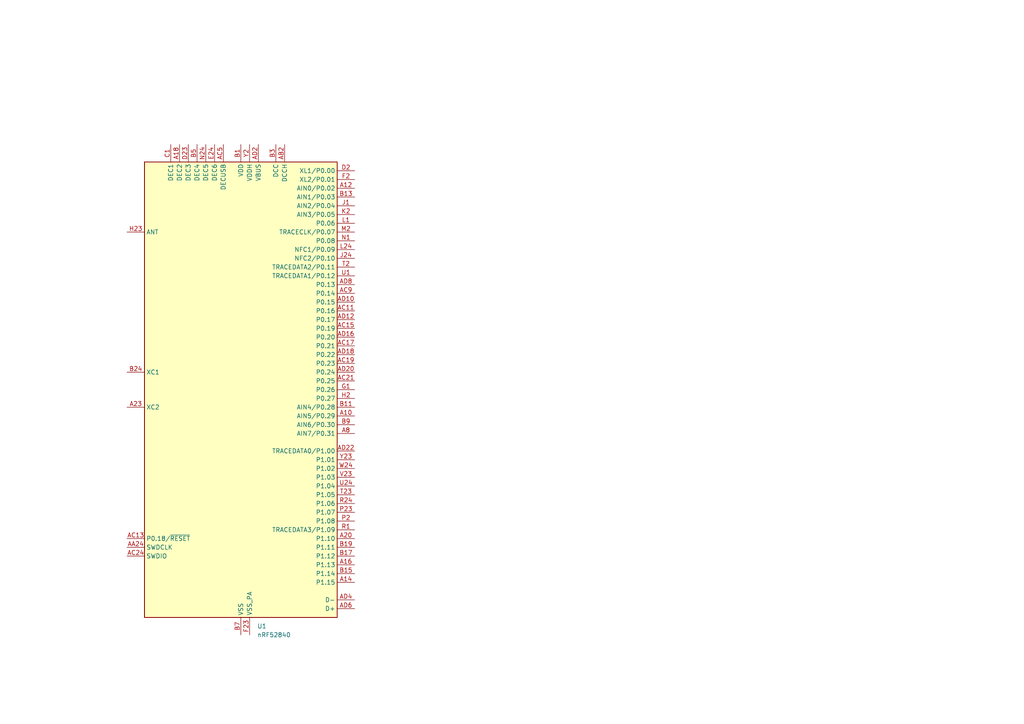
<source format=kicad_sch>
(kicad_sch (version 20230819) (generator eeschema)
  (paper "A4")
  (lib_symbols
    (symbol "MCU_Nordic:nRF52840"
      (property "Reference" "U" (at 0 5.08 0))
      (property "Value" "nRF52840" (at 0 2.54 0))
      (symbol "nRF52840_0_1"
        (rectangle (start -27.94 66.04) (end 27.94 -66.04) (stroke (width 0.254)) (fill (type background)))
      )
      (symbol "nRF52840_1_1"
        (pin bidirectional line (at 33.02 -7.62 180) (length 5.08) (name "AIN5/P0.29") (number "A10"))
        (pin bidirectional line (at 33.02 58.42 180) (length 5.08) (name "AIN0/P0.02") (number "A12"))
        (pin bidirectional line (at 33.02 -55.88 180) (length 5.08) (name "P1.15") (number "A14"))
        (pin bidirectional line (at 33.02 -50.8 180) (length 5.08) (name "P1.13") (number "A16"))
        (pin passive line (at -17.78 71.12 270) (length 5.08) (name "DEC2") (number "A18"))
        (pin bidirectional line (at 33.02 -43.18 180) (length 5.08) (name "P1.10") (number "A20"))
        (pin passive line (at 0 71.12 270) (length 5.08) hide (name "VDD") (number "A22"))
        (pin input line (at -33.02 -5.08 0) (length 5.08) (name "XC2") (number "A23"))
        (pin bidirectional line (at 33.02 -12.7 180) (length 5.08) (name "AIN7/P0.31") (number "A8"))
        (pin input line (at -33.02 -45.72 0) (length 5.08) (name "SWDCLK") (number "AA24"))
        (pin power_out line (at 12.7 71.12 270) (length 5.08) (name "DCCH") (number "AB2"))
        (pin bidirectional line (at 33.02 22.86 180) (length 5.08) (name "P0.16") (number "AC11"))
        (pin bidirectional line (at -33.02 -43.18 0) (length 5.08) (name "P0.18/~{RESET}") (number "AC13"))
        (pin bidirectional line (at 33.02 17.78 180) (length 5.08) (name "P0.19") (number "AC15"))
        (pin bidirectional line (at 33.02 12.7 180) (length 5.08) (name "P0.21") (number "AC17"))
        (pin bidirectional line (at 33.02 7.62 180) (length 5.08) (name "P0.23") (number "AC19"))
        (pin bidirectional line (at 33.02 2.54 180) (length 5.08) (name "P0.25") (number "AC21"))
        (pin bidirectional line (at -33.02 -48.26 0) (length 5.08) (name "SWDIO") (number "AC24"))
        (pin passive line (at -5.08 71.12 270) (length 5.08) (name "DECUSB") (number "AC5"))
        (pin bidirectional line (at 33.02 27.94 180) (length 5.08) (name "P0.14") (number "AC9"))
        (pin bidirectional line (at 33.02 25.4 180) (length 5.08) (name "P0.15") (number "AD10"))
        (pin bidirectional line (at 33.02 20.32 180) (length 5.08) (name "P0.17") (number "AD12"))
        (pin passive line (at 0 71.12 270) (length 5.08) hide (name "VDD") (number "AD14"))
        (pin bidirectional line (at 33.02 15.24 180) (length 5.08) (name "P0.20") (number "AD16"))
        (pin bidirectional line (at 33.02 10.16 180) (length 5.08) (name "P0.22") (number "AD18"))
        (pin power_in line (at 5.08 71.12 270) (length 5.08) (name "VBUS") (number "AD2"))
        (pin bidirectional line (at 33.02 5.08 180) (length 5.08) (name "P0.24") (number "AD20"))
        (pin bidirectional line (at 33.02 -17.78 180) (length 5.08) (name "TRACEDATA0/P1.00") (number "AD22"))
        (pin passive line (at 0 71.12 270) (length 5.08) hide (name "VDD") (number "AD23"))
        (pin bidirectional line (at 33.02 -60.96 180) (length 5.08) (name "D-") (number "AD4"))
        (pin bidirectional line (at 33.02 -63.5 180) (length 5.08) (name "D+") (number "AD6"))
        (pin bidirectional line (at 33.02 30.48 180) (length 5.08) (name "P0.13") (number "AD8"))
        (pin power_in line (at 0 71.12 270) (length 5.08) (name "VDD") (number "B1"))
        (pin bidirectional line (at 33.02 -5.08 180) (length 5.08) (name "AIN4/P0.28") (number "B11"))
        (pin bidirectional line (at 33.02 55.88 180) (length 5.08) (name "AIN1/P0.03") (number "B13"))
        (pin bidirectional line (at 33.02 -53.34 180) (length 5.08) (name "P1.14") (number "B15"))
        (pin bidirectional line (at 33.02 -48.26 180) (length 5.08) (name "P1.12") (number "B17"))
        (pin bidirectional line (at 33.02 -45.72 180) (length 5.08) (name "P1.11") (number "B19"))
        (pin input line (at -33.02 5.08 0) (length 5.08) (name "XC1") (number "B24"))
        (pin power_out line (at 10.16 71.12 270) (length 5.08) (name "DCC") (number "B3"))
        (pin passive line (at -12.7 71.12 270) (length 5.08) (name "DEC4") (number "B5"))
        (pin power_in line (at 0 -71.12 90) (length 5.08) (name "VSS") (number "B7"))
        (pin bidirectional line (at 33.02 -10.16 180) (length 5.08) (name "AIN6/P0.30") (number "B9"))
        (pin passive line (at -20.32 71.12 270) (length 5.08) (name "DEC1") (number "C1"))
        (pin bidirectional line (at 33.02 63.5 180) (length 5.08) (name "XL1/P0.00") (number "D2"))
        (pin passive line (at -15.24 71.12 270) (length 5.08) (name "DEC3") (number "D23"))
        (pin passive line (at -7.62 71.12 270) (length 5.08) (name "DEC6") (number "E24"))
        (pin passive line (at 0 -71.12 90) (length 5.08) hide (name "VSS") (number "EP"))
        (pin bidirectional line (at 33.02 60.96 180) (length 5.08) (name "XL2/P0.01") (number "F2"))
        (pin power_in line (at 2.54 -71.12 90) (length 5.08) (name "VSS_PA") (number "F23"))
        (pin bidirectional line (at 33.02 0 180) (length 5.08) (name "P0.26") (number "G1"))
        (pin bidirectional line (at 33.02 -2.54 180) (length 5.08) (name "P0.27") (number "H2"))
        (pin passive line (at -33.02 45.72 0) (length 5.08) (name "ANT") (number "H23"))
        (pin bidirectional line (at 33.02 53.34 180) (length 5.08) (name "AIN2/P0.04") (number "J1"))
        (pin bidirectional line (at 33.02 38.1 180) (length 5.08) (name "NFC2/P0.10") (number "J24"))
        (pin bidirectional line (at 33.02 50.8 180) (length 5.08) (name "AIN3/P0.05") (number "K2"))
        (pin bidirectional line (at 33.02 48.26 180) (length 5.08) (name "P0.06") (number "L1"))
        (pin bidirectional line (at 33.02 40.64 180) (length 5.08) (name "NFC1/P0.09") (number "L24"))
        (pin bidirectional line (at 33.02 45.72 180) (length 5.08) (name "TRACECLK/P0.07") (number "M2"))
        (pin bidirectional line (at 33.02 43.18 180) (length 5.08) (name "P0.08") (number "N1"))
        (pin passive line (at -10.16 71.12 270) (length 5.08) (name "DEC5") (number "N24"))
        (pin bidirectional line (at 33.02 -38.1 180) (length 5.08) (name "P1.08") (number "P2"))
        (pin bidirectional line (at 33.02 -35.56 180) (length 5.08) (name "P1.07") (number "P23"))
        (pin bidirectional line (at 33.02 -40.64 180) (length 5.08) (name "TRACEDATA3/P1.09") (number "R1"))
        (pin bidirectional line (at 33.02 -33.02 180) (length 5.08) (name "P1.06") (number "R24"))
        (pin bidirectional line (at 33.02 35.56 180) (length 5.08) (name "TRACEDATA2/P0.11") (number "T2"))
        (pin bidirectional line (at 33.02 -30.48 180) (length 5.08) (name "P1.05") (number "T23"))
        (pin bidirectional line (at 33.02 33.02 180) (length 5.08) (name "TRACEDATA1/P0.12") (number "U1"))
        (pin bidirectional line (at 33.02 -27.94 180) (length 5.08) (name "P1.04") (number "U24"))
        (pin bidirectional line (at 33.02 -25.4 180) (length 5.08) (name "P1.03") (number "V23"))
        (pin passive line (at 0 71.12 270) (length 5.08) hide (name "VDD") (number "W1"))
        (pin bidirectional line (at 33.02 -22.86 180) (length 5.08) (name "P1.02") (number "W24"))
        (pin power_in line (at 2.54 71.12 270) (length 5.08) (name "VDDH") (number "Y2"))
        (pin bidirectional line (at 33.02 -20.32 180) (length 5.08) (name "P1.01") (number "Y23"))
      )
    )
  )
  (symbol (lib_id "MCU_Nordic:nRF52840") (at 69.85 113.03 0) (unit 1)
    (property "Reference" "U1" (at 74.5841 181.61 0) (effects (justify left)))
    (property "Value" "nRF52840" (at 74.5841 184.15 0) (effects (justify left)))
    (property "Footprint" "Package_DFN_QFN:Nordic_AQFN-73-1EP_7x7mm_P0.5mm" (effects hide))
    (property "Datasheet" "http://infocenter.nordicsemi.com/topic/com.nordic.infocenter.nrf52/dita/nrf52/chips/nrf52840.html" (effects hide))
    (property "Description" "Multiprotocol BLE/ANT/2.4 GHz/802.15.4 Cortex-M4F SoC, AQFN-73" (effects hide))
  )
)
</source>
